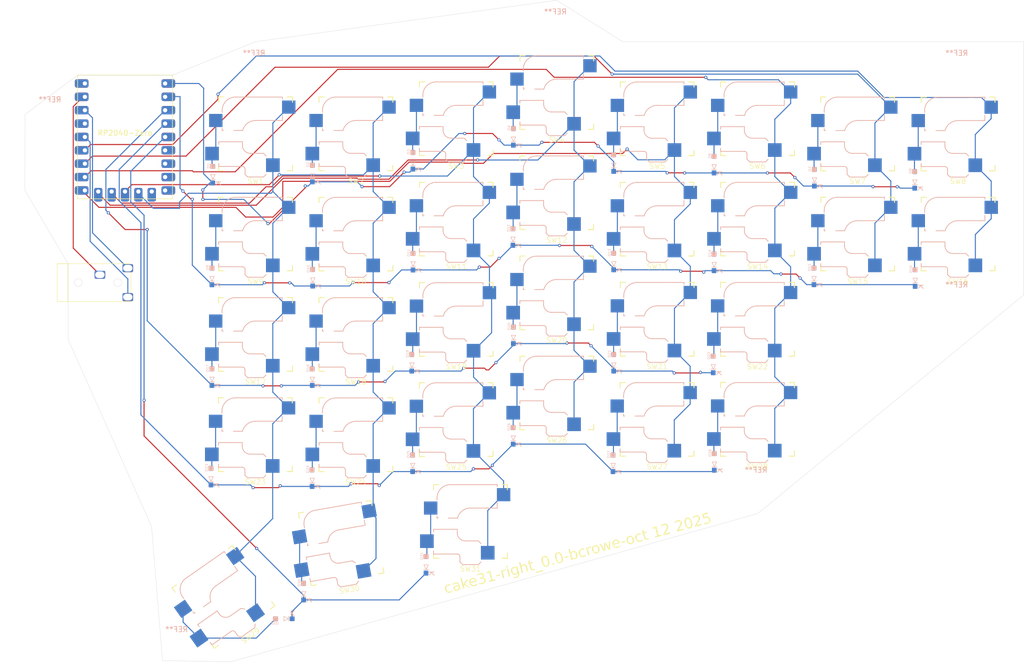
<source format=kicad_pcb>
(kicad_pcb (version 20241229) (generator "pcbnew") (generator_version "9.0")
  (layers (0 "F.Cu" signal) (2 "B.Cu" signal) (13 "F.Paste" user) (15 "B.Paste" user) (5 "F.SilkS" user "F.Silkscreen") (7 "B.SilkS" user "B.Silkscreen") (1 "F.Mask" user) (3 "B.Mask" user) (25 "Edge.Cuts" user))
  (net 0 "")
  (net 1 "row1")
  (net 2 "Net-(D1-A)")
  (net 3 "Net-(D2-A)")
  (net 4 "Net-(D3-A)")
  (net 5 "Net-(D4-A)")
  (net 6 "Net-(D5-A)")
  (net 7 "Net-(D6-A)")
  (net 8 "Net-(D7-A)")
  (net 9 "Net-(D8-A)")
  (net 10 "row2")
  (net 11 "Net-(D9-A)")
  (net 12 "Net-(D10-A)")
  (net 13 "Net-(D11-A)")
  (net 14 "Net-(D12-A)")
  (net 15 "Net-(D13-A)")
  (net 16 "Net-(D14-A)")
  (net 17 "Net-(D15-A)")
  (net 18 "Net-(D16-A)")
  (net 19 "Net-(D17-A)")
  (net 20 "row3")
  (net 21 "Net-(D18-A)")
  (net 22 "Net-(D19-A)")
  (net 23 "Net-(D20-A)")
  (net 24 "Net-(D21-A)")
  (net 25 "Net-(D22-A)")
  (net 26 "Net-(D23-A)")
  (net 27 "row4")
  (net 28 "Net-(D24-A)")
  (net 29 "Net-(D25-A)")
  (net 30 "Net-(D26-A)")
  (net 31 "Net-(D27-A)")
  (net 32 "Net-(D28-A)")
  (net 33 "row5")
  (net 34 "Net-(D29-A)")
  (net 35 "Net-(D30-A)")
  (net 36 "Net-(D31-A)")
  (net 37 "data1")
  (net 38 "GND")
  (net 39 "jackpwr")
  (net 42 "col6")
  (net 43 "col4")
  (net 45 "col5")
  (net 46 "col2")
  (net 48 "col3")
  (net 50 "col8")
  (net 51 "col1")
  (net 52 "col7")
  (footprint "kbdextras:1N4148W" (layer "F.Cu") (at 145.69 45.19 90)
    (property "Reference" "D6")
    (property "Value" "D")
  )
  (footprint "kbdextras:1N4148W" (layer "F.Cu") (at 126.64 82.83 90)
    (property "Reference" "D21")
    (property "Value" "D")
  )
  (footprint "kbdextras:mx-choc-dual" (layer "F.Cu") (at 115.83 50.51)
    (property "Reference" "SW12")
    (property "Value" "SW_SPST")
  )
  (footprint "kbdextras:mx-choc-dual" (layer "F.Cu") (at 77.7 77.44)
    (property "Reference" "SW18")
    (property "Value" "SW_SPST")
  )
  (footprint "kbdextras:mx-choc-dual" (layer "F.Cu") (at 99.45 112.97)
    (property "Reference" "SW31")
    (property "Value" "SW_SPST")
  )
  (footprint "kbdextras:mx-choc-dual" (layer "F.Cu") (at 172.96 58.37)
    (property "Reference" "SW15")
    (property "Value" "SW_SPST")
  )
  (footprint "kbdextras:1N4148W" (layer "F.Cu") (at 126.64 63.59 90)
    (property "Reference" "D13")
    (property "Value" "D")
  )
  (footprint "kbdextras:mx-choc-dual" (layer "F.Cu") (at 134.9 55.54)
    (property "Reference" "SW13")
    (property "Value" "SW_SPST")
  )
  (footprint "kbdextras:1N4148W" (layer "F.Cu") (at 88.54 63.62 90)
    (property "Reference" "D11")
    (property "Value" "D")
  )
  (footprint "kbdextras:mx-choc-dual" (layer "F.Cu") (at 52.541302 127.319088 35)
    (property "Reference" "SW29")
    (property "Value" "SW_SPST")
  )
  (footprint "kbdextras:1N4148W" (layer "F.Cu") (at 69.38 104.75 90)
    (property "Reference" "D24")
    (property "Value" "D")
  )
  (footprint "kbdextras:mx-choc-dual" (layer "F.Cu") (at 115.84 88.56)
    (property "Reference" "SW26")
    (property "Value" "SW_SPST")
  )
  (footprint "kbdextras:mx-choc-dual" (layer "F.Cu") (at 115.84 31.47)
    (property "Reference" "SW4")
    (property "Value" "SW_SPST")
  )
  (footprint "kbdextras:mx-choc-dual" (layer "F.Cu") (at 58.65 58.37)
    (property "Reference" "SW9")
    (property "Value" "SW_SPST")
  )
  (footprint "kbdextras:1N4148W" (layer "F.Cu") (at 88.3 82.83 90)
    (property "Reference" "D19")
    (property "Value" "D")
  )
  (footprint "kbdextras:1N4148W" (layer "F.Cu") (at 107.59 39.91 90)
    (property "Reference" "D4")
    (property "Value" "D")
  )
  (footprint "kbdextras:mx-choc-dual" (layer "F.Cu") (at 96.75 55.53)
    (property "Reference" "SW11")
    (property "Value" "SW_SPST")
  )
  (footprint "kbdextras:mx-choc-dual" (layer "F.Cu") (at 77.7 96.49)
    (property "Reference" "SW24")
    (property "Value" "SW_SPST")
  )
  (footprint "kbdextras:1N4148W" (layer "F.Cu") (at 126.51 101.93 90)
    (property "Reference" "D27")
    (property "Value" "D")
  )
  (footprint "kbdextras:1N4148W" (layer "F.Cu") (at 50.36 85.56 90)
    (property "Reference" "D17")
    (property "Value" "D")
  )
  (footprint "kbdextras:mx-choc-dual" (layer "F.Cu") (at 153.94 74.56)
    (property "Reference" "SW22")
    (property "Value" "SW_SPST")
  )
  (footprint "kbdextras:mx-choc-dual" (layer "F.Cu") (at 153.94 93.57)
    (property "Reference" "SW28")
    (property "Value" "SW_SPST")
  )
  (footprint "kbdextras:1N4148W" (layer "F.Cu") (at 64.02 131.47 180)
    (property "Reference" "D29")
    (property "Value" "D")
  )
  (footprint "kbdextras:mx-choc-dual" (layer "F.Cu") (at 96.75 36.45)
    (property "Reference" "SW3")
    (property "Value" "SW_SPST")
  )
  (footprint "kbdextras:mx-choc-dual" (layer "F.Cu") (at 172.96 39.34)
    (property "Reference" "SW7")
    (property "Value" "SW_SPST")
  )
  (footprint "kbdextras:1N4148W" (layer "F.Cu") (at 145.69 63.75 90)
    (property "Reference" "D14")
    (property "Value" "D")
  )
  (footprint "kbdextras:1N4148W" (layer "F.Cu") (at 183.87 66.73 90)
    (property "Reference" "D16")
    (property "Value" "D")
  )
  (footprint "kbdextras:1N4148W" (layer "F.Cu") (at 50.36 66.43 90)
    (property "Reference" "D9")
    (property "Value" "D")
  )
  (footprint "kbdextras:mx-choc-dual" (layer "F.Cu") (at 153.96 55.53)
    (property "Reference" "SW14")
    (property "Value" "SW_SPST")
  )
  (footprint "kbdextras:mx-choc-dual" (layer "F.Cu") (at 58.66 39.33)
    (property "Reference" "SW1")
    (property "Value" "SW_SPST")
  )
  (footprint "kbdextras:1N4148W" (layer "F.Cu") (at 69.49 66.67 90)
    (property "Reference" "D10")
    (property "Value" "D")
  )
  (footprint "kbdextras:1N4148W" (layer "F.Cu") (at 183.79 48.08 90)
    (property "Reference" "D8")
    (property "Value" "D")
  )
  (footprint "kbdextras:mx-choc-dual" (layer "F.Cu") (at 134.87 93.58)
    (property "Reference" "SW27")
    (property "Value" "SW_SPST")
  )
  (footprint "kbdextras:1N4148W" (layer "F.Cu") (at 164.66 66.41 90)
    (property "Reference" "D15")
    (property "Value" "D")
  )
  (footprint "kbdextras:1N4148W" (layer "F.Cu") (at 107.51 58.93 90)
    (property "Reference" "D12")
    (property "Value" "D")
  )
  (footprint "kbdextras:mx-choc-dual" (layer "F.Cu") (at 96.74 93.62)
    (property "Reference" "SW25")
    (property "Value" "SW_SPST")
  )
  (footprint "kbdextras:mx-choc-dual" (layer "F.Cu") (at 115.83 69.55)
    (property "Reference" "SW20")
    (property "Value" "SW_SPST")
  )
  (footprint "kbdextras:1N4148W" (layer "F.Cu") (at 91.01 121.22 90)
    (property "Reference" "D31")
    (property "Value" "D")
  )
  (footprint "kbdextras:1N4148W" (layer "F.Cu") (at 164.74 47.68 90)
    (property "Reference" "D7")
    (property "Value" "D")
  )
  (footprint "kbdextras:1N4148W" (layer "F.Cu") (at 145.53 83.15 90)
    (property "Reference" "D22")
    (property "Value" "D")
  )
  (footprint "kbdextras:1N4148W" (layer "F.Cu") (at 67.77 126.31 90)
    (property "Reference" "D30")
    (property "Value" "D")
  )
  (footprint "kbdextras:mx-choc-dual" (layer "F.Cu") (at 77.7 58.38)
    (property "Reference" "SW10")
    (property "Value" "SW_SPST")
  )
  (footprint "kbdextras:mx-choc-dual" (layer "F.Cu") (at 58.64 77.44)
    (property "Reference" "SW17")
    (property "Value" "SW_SPST")
  )
  (footprint "kbdextras:mx-choc-dual" (layer "F.Cu") (at 192.03 58.37)
    (property "Reference" "SW16")
    (property "Value" "SW_SPST")
  )
  (footprint "kbdextras:1N4148W" (layer "F.Cu") (at 145.74 101.66 90)
    (property "Reference" "D28")
    (property "Value" "D")
  )
  (footprint "kbdextras:1N4148W" (layer "F.Cu") (at 107.56 96.71 90)
    (property "Reference" "D26")
    (property "Value" "D")
  )
  (footprint "kbdextras:STX-3000" (layer "F.Cu") (at 27.995 67.6)
    (property "Reference" "J1" (hide yes))
    (property "Value" "AudioJack3")
    (fp_circle (center -3 0) (end -2.25 0) (stroke (width 0.05)) (fill no) (layer "Edge.Cuts"))
    (fp_circle (center 4.5 0) (end 5.25 0) (stroke (width 0.05)) (fill no) (layer "Edge.Cuts"))
  )
  (footprint "kbdextras:1N4148W" (layer "F.Cu") (at 88.52 44.45 90)
    (property "Reference" "D3")
    (property "Value" "D")
  )
  (footprint "kbdextras:mx-choc-dual" (layer "F.Cu") (at 74.897691 117.07507 10)
    (property "Reference" "SW30")
    (property "Value" "SW_SPST")
  )
  (footprint "kbdextras:mx-choc-dual" (layer "F.Cu") (at 96.76 74.59)
    (property "Reference" "SW19")
    (property "Value" "SW_SPST")
  )
  (footprint "kbdextras:RP2040-Zero" (layer "F.Cu") (at 23.7 52.62)
    (property "Reference" "RZ1")
    (property "Value" "RP2040-Zero")
  )
  (footprint "kbdextras:mx-choc-dual" (layer "F.Cu") (at 77.7 39.33)
    (property "Reference" "SW2")
    (property "Value" "SW_SPST")
  )
  (footprint "kbdextras:mx-choc-dual" (layer "F.Cu") (at 153.95 36.46)
    (property "Reference" "SW6")
    (property "Value" "SW_SPST")
  )
  (footprint "kbdextras:1N4148W" (layer "F.Cu") (at 69.41 85.56 90)
    (property "Reference" "D18")
    (property "Value" "D")
  )
  (footprint "kbdextras:1N4148W" (layer "F.Cu") (at 126.64 44.89 90)
    (property "Reference" "D5")
    (property "Value" "D")
  )
  (footprint "kbdextras:1N4148W" (layer "F.Cu") (at 69.43 46.88 90)
    (property "Reference" "D2")
    (property "Value" "D")
  )
  (footprint "kbdextras:1N4148W" (layer "F.Cu") (at 50.52 47.09 90)
    (property "Reference" "D1")
    (property "Value" "D")
  )
  (footprint "kbdextras:mx-choc-dual" (layer "F.Cu") (at 58.62 96.48)
    (property "Reference" "SW23")
    (property "Value" "SW_SPST")
  )
  (footprint "kbdextras:1N4148W" (layer "F.Cu") (at 50.18 104.46 90)
    (property "Reference" "D23")
    (property "Value" "D")
  )
  (footprint "kbdextras:1N4148W" (layer "F.Cu") (at 107.59 77.61 90)
    (property "Reference" "D20")
    (property "Value" "D")
  )
  (footprint "kbdextras:mx-choc-dual" (layer "F.Cu") (at 134.9 36.46)
    (property "Reference" "SW5")
    (property "Value" "SW_SPST")
  )
  (footprint "kbdextras:mx-choc-dual" (layer "F.Cu") (at 192.02 39.35)
    (property "Reference" "SW8")
    (property "Value" "SW_SPST")
  )
  (footprint "kbdextras:mx-choc-dual" (layer "F.Cu") (at 134.9 74.55)
    (property "Reference" "SW21")
    (property "Value" "SW_SPST")
  )
  (footprint "kbdextras:1N4148W" (layer "F.Cu") (at 88.47 101.93 90)
    (property "Reference" "D25")
    (property "Value" "D")
  )
  (footprint "MountingHole:MountingHole_2.2mm_M2" (layer "B.Cu") (at 191.76 71.15 180)
    (property "Reference" "REF**")
    (property "Value" "MountingHole_2.2mm_M2")
  )
  (footprint "MountingHole:MountingHole_2.2mm_M2" (layer "B.Cu") (at 115.58 19.28 180)
    (property "Reference" "REF**")
    (property "Value" "MountingHole_2.2mm_M2")
  )
  (footprint "MountingHole:MountingHole_2.2mm_M2" (layer "B.Cu") (at 19.61 35.96 180)
    (property "Reference" "REF**")
    (property "Value" "MountingHole_2.2mm_M2")
  )
  (footprint "MountingHole:MountingHole_2.2mm_M2" (layer "B.Cu") (at 191.77 27.14 180)
    (property "Reference" "REF**")
    (property "Value" "MountingHole_2.2mm_M2")
  )
  (footprint "MountingHole:MountingHole_2.2mm_M2" (layer "B.Cu") (at 43.66 136.63 180)
    (property "Reference" "REF**")
    (property "Value" "MountingHole_2.2mm_M2")
  )
  (footprint "MountingHole:MountingHole_2.2mm_M2" (layer "B.Cu") (at 58.36 27.14 180)
    (property "Reference" "REF**")
    (property "Value" "MountingHole_2.2mm_M2")
  )
  (footprint "MountingHole:MountingHole_2.2mm_M2" (layer "B.Cu") (at 153.66 106.35 180)
    (property "Reference" "REF**")
    (property "Value" "MountingHole_2.2mm_M2")
  )
  (gr_line (start 58.63 21.82) (end 115.83 13.95) (stroke (width 0.05)) (layer "Edge.Cuts"))
  (gr_line (start 115.83 13.95) (end 128.37 21.82) (stroke (width 0.05)) (layer "Edge.Cuts"))
  (gr_line (start 42.87 28.17) (end 58.63 21.82) (stroke (width 0.05)) (layer "Edge.Cuts"))
  (gr_line (start 23.06 64.02) (end 14.86 50.06) (stroke (width 0.05)) (layer "Edge.Cuts"))
  (gr_line (start 14.88 35.65) (end 24.87 28.17) (stroke (width 0.05)) (layer "Edge.Cuts"))
  (gr_line (start 204.5 69.92) (end 154.02 111.46) (stroke (width 0.05)) (layer "Edge.Cuts"))
  (gr_line (start 128.37 21.82) (end 204.51 21.82) (stroke (width 0.05)) (layer "Edge.Cuts"))
  (gr_line (start 38.91 113.95) (end 23.06 78.39) (stroke (width 0.05)) (layer "Edge.Cuts"))
  (gr_line (start 14.86 50.06) (end 14.88 35.65) (stroke (width 0.05)) (layer "Edge.Cuts"))
  (gr_line (start 154.02 111.46) (end 53.92 139.65) (stroke (width 0.05)) (layer "Edge.Cuts"))
  (gr_line (start 24.87 28.17) (end 42.87 28.17) (stroke (width 0.05)) (layer "Edge.Cuts"))
  (gr_line (start 40.98 139.41) (end 38.91 113.95) (stroke (width 0.05)) (layer "Edge.Cuts"))
  (gr_line (start 53.92 139.65) (end 40.98 139.41) (stroke (width 0.05)) (layer "Edge.Cuts"))
  (gr_line (start 23.06 78.39) (end 23.06 64.02) (stroke (width 0.05)) (layer "Edge.Cuts"))
  (gr_line (start 204.51 21.82) (end 204.5 69.92) (stroke (width 0.05)) (layer "Edge.Cuts"))
  (gr_text "cake31-right_0.0-bcrowe-oct 12 2025" (at 94.78 127.03 15) (layer "F.SilkS") (effects (font (size 2 2) (thickness 0.1)) (justify left bottom)))
  (segment (start 160.18 46.76) (end 161.04 47.62) (width 0.2) (layer "F.Cu") (net 1))
  (segment (start 68.09 49.574809) (end 68.09 49.24) (width 0.2) (layer "F.Cu") (net 1))
  (segment (start 140.08 46.74) (end 140.1 46.76) (width 0.2) (layer "F.Cu") (net 1))
  (segment (start 103.64 39.26) (end 104.86 40.48) (width 0.2) (layer "F.Cu") (net 1))
  (segment (start 61.294809 56.37) (end 68.09 49.574809) (width 0.2) (layer "F.Cu") (net 1))
  (segment (start 61.01 56.37) (end 61.294809 56.37) (width 0.2) (layer "F.Cu") (net 1))
  (segment (start 78.86 49.36) (end 84.11 49.36) (width 0.2) (layer "F.Cu") (net 1))
  (segment (start 48.63 50) (end 48.63 51.75) (width 0.2) (layer "F.Cu") (net 1))
  (segment (start 84.11 49.36) (end 86.86 46.61) (width 0.2) (layer "F.Cu") (net 1))
  (segment (start 136.81 46.74) (end 140.08 46.74) (width 0.2) (layer "F.Cu") (net 1))
  (segment (start 155.83 46.76) (end 160.18 46.76) (width 0.2) (layer "F.Cu") (net 1))
  (segment (start 113.01 40.94) (end 122.97 40.94) (width 0.2) (layer "F.Cu") (net 1))
  (segment (start 48.63 51.75) (end 48.66 51.78) (width 0.2) (layer "F.Cu") (net 1))
  (segment (start 175.9 49.38) (end 180.46 49.38) (width 0.2) (layer "F.Cu") (net 1))
  (segment (start 98.36 39.26) (end 103.64 39.26) (width 0.2) (layer "F.Cu") (net 1))
  (segment (start 122.97 40.94) (end 123.68 41.65) (width 0.2) (layer "F.Cu") (net 1))
  (segment (start 175.88 49.36) (end 175.9 49.38) (width 0.2) (layer "F.Cu") (net 1))
  (via (at 48.63 50) (size 0.6) (drill 0.3) (layers "F.Cu" "B.Cu") (net 1))
  (via (at 78.86 49.36) (size 0.6) (drill 0.3) (layers "F.Cu" "B.Cu") (net 1))
  (via (at 68.09 49.24) (size 0.6) (drill 0.3) (layers "F.Cu" "B.Cu") (net 1))
  (via (at 180.46 49.38) (size 0.6) (drill 0.3) (layers "F.Cu" "B.Cu") (net 1))
  (via (at 136.81 46.74) (size 0.6) (drill 0.3) (layers "F.Cu" "B.Cu") (net 1))
  (via (at 161.04 47.62) (size 0.6) (drill 0.3) (layers "F.Cu" "B.Cu") (net 1))
  (via (at 48.66 51.78) (size 0.6) (drill 0.3) (layers "F.Cu" "B.Cu") (net 1))
  (via (at 104.86 40.48) (size 0.6) (drill 0.3) (layers "F.Cu" "B.Cu") (net 1))
  (via (at 155.83 46.76) (size 0.6) (drill 0.3) (layers "F.Cu" "B.Cu") (net 1))
  (via (at 175.88 49.36) (size 0.6) (drill 0.3) (layers "F.Cu" "B.Cu") (net 1))
  (via (at 61.01 56.37) (size 0.6) (drill 0.3) (layers "F.Cu" "B.Cu") (net 1))
  (via (at 113.01 40.94) (size 0.6) (drill 0.3) (layers "F.Cu" "B.Cu") (net 1))
  (via (at 86.86 46.61) (size 0.6) (drill 0.3) (layers "F.Cu" "B.Cu") (net 1))
  (via (at 123.68 41.65) (size 0.6) (drill 0.3) (layers "F.Cu" "B.Cu") (net 1))
  (via (at 140.1 46.76) (size 0.6) (drill 0.3) (layers "F.Cu" "B.Cu") (net 1))
  (via (at 98.36 39.26) (size 0.6) (drill 0.3) (layers "F.Cu" "B.Cu") (net 1))
  (segment (start 140.1 46.76) (end 145.69 46.76) (width 0.2) (layer "B.Cu") (net 1))
  (segment (start 56.42 51.78) (end 61.01 56.37) (width 0.2) (layer "B.Cu") (net 1))
  (segment (start 48.66 51.78) (end 56.42 51.78) (width 0.2) (layer "B.Cu") (net 1))
  (segment (start 48.784 30.736) (end 48.82 30.7) (width 0.2) (layer "B.Cu") (net 1))
  (segment (start 112.47 41.48) (end 113.01 40.94) (width 0.2) (layer "B.Cu") (net 1))
  (segment (start 107.59 41.48) (end 112.47 41.48) (width 0.2) (layer "B.Cu") (net 1))
  (segment (start 90.51 46.02) (end 97.27 39.26) (width 0.2) (layer "B.Cu") (net 1))
  (segment (start 104.86 40.48) (end 105.86 41.48) (width 0.2) (layer "B.Cu") (net 1))
  (segment (start 136.53 46.46) (end 136.81 46.74) (width 0.2) (layer "B.Cu") (net 1))
  (segment (start 48.784 46.924) (end 48.784 30.736) (width 0.2) (layer "B.Cu") (net 1))
  (segment (start 161.04 47.62) (end 162.67 49.25) (width 0.2) (layer "B.Cu") (net 1))
  (segment (start 126.64 44.61) (end 126.64 46.46) (width 0.2) (layer "B.Cu") (net 1))
  (segment (start 87.93 46.61) (end 88.52 46.02) (width 0.2) (layer "B.Cu") (net 1))
  (segment (start 49.97 48.66) (end 48.63 50) (width 0.2) (layer "B.Cu") (net 1))
  (segment (start 48.82 30.7) (end 47.88 29.76) (width 0.2) (layer "B.Cu") (net 1))
  (segment (start 97.27 39.26) (end 98.36 39.26) (width 0.2) (layer "B.Cu") (net 1))
  (segment (start 47.88 29.76) (end 41.48 29.76) (width 0.2) (layer "B.Cu") (net 1))
  (segment (start 68.64 49.24) (end 69.43 48.45) (width 0.2) (layer "B.Cu") (net 1))
  (segment (start 88.52 46.02) (end 90.51 46.02) (width 0.2) (layer "B.Cu") (net 1))
  (segment (start 162.67 49.25) (end 164.74 49.25) (width 0.2) (layer "B.Cu") (net 1))
  (segment (start 126.64 46.46) (end 136.53 46.46) (width 0.2) (layer "B.Cu") (net 1))
  (segment (start 180.78 49.38) (end 181.05 49.65) (width 0.2) (layer "B.Cu") (net 1))
  (segment (start 123.68 41.65) (end 126.64 44.61) (width 0.2) (layer "B.Cu") (net 1))
  (segment (start 50.52 48.66) (end 49.97 48.66) (width 0.2) (layer "B.Cu") (net 1))
  (segment (start 77.95 48.45) (end 78.86 49.36) (width 0.2) (layer "B.Cu") (net 1))
  (segment (start 105.86 41.48) (end 107.59 41.48) (width 0.2) (layer "B.Cu") (net 1))
  (segment (start 86.86 46.61) (end 87.93 46.61) (width 0.2) (layer "B.Cu") (net 1))
  (segment (start 180.46 49.38) (end 180.78 49.38) (width 0.2) (layer "B.Cu") (net 1))
  (segment (start 69.43 48.45) (end 77.95 48.45) (width 0.2) (layer "B.Cu") (net 1))
  (segment (start 164.74 49.25) (end 175.77 49.25) (width 0.2) (layer "B.Cu") (net 1))
  (segment (start 68.09 49.24) (end 68.64 49.24) (width 0.2) (layer "B.Cu") (net 1))
  (segment (start 145.69 46.76) (end 155.83 46.76) (width 0.2) (layer "B.Cu") (net 1))
  (segment (start 50.52 48.66) (end 48.784 46.924) (width 0.2) (layer "B.Cu") (net 1))
  (segment (start 175.77 49.25) (end 175.88 49.36) (width 0.2) (layer "B.Cu") (net 1))
  (segment (start 181.05 49.65) (end 183.79 49.65) (width 0.2) (layer "B.Cu") (net 1))
  (segment (start 50.385 43.08) (end 50.385 45.375) (width 0.2) (layer "B.Cu") (net 2))
  (segment (start 50.385 45.375) (end 50.52 45.51) (width 0.2) (layer "B.Cu") (net 2))
  (segment (start 51.1 42.365) (end 50.385 43.08) (width 0.2) (layer "B.Cu") (net 2))
  (segment (start 51.1 36.79) (end 51.1 42.365) (width 0.2) (layer "B.Cu") (net 2))
  (segment (start 69.425 45.295) (end 69.43 45.3) (width 0.2) (layer "B.Cu") (net 3))
  (segment (start 69.425 43.08) (end 69.425 45.295) (width 0.2) (layer "B.Cu") (net 3))
  (segment (start 70.14 42.365) (end 69.425 43.08) (width 0.2) (layer "B.Cu") (net 3))
  (segment (start 70.14 36.79) (end 70.14 42.365) (width 0.2) (layer "B.Cu") (net 3))
  (segment (start 88.475 42.825) (end 88.52 42.87) (width 0.2) (layer "B.Cu") (net 4))
  (segment (start 89.19 39.485) (end 88.475 40.2) (width 0.2) (layer "B.Cu") (net 4))
  (segment (start 88.475 40.2) (end 88.475 42.825) (width 0.2) (layer "B.Cu") (net 4))
  (segment (start 89.19 33.91) (end 89.19 39.485) (width 0.2) (layer "B.Cu") (net 4))
  (segment (start 107.565 38.305) (end 107.59 38.33) (width 0.2) (layer "B.Cu") (net 5))
  (segment (start 108.28 34.505) (end 107.565 35.22) (width 0.2) (layer "B.Cu") (net 5))
  (segment (start 108.28 28.93) (end 108.28 34.505) (width 0.2) (layer "B.Cu") (net 5))
  (segment (start 107.565 35.22) (end 107.565 38.305) (width 0.2) (layer "B.Cu") (net 5))
  (segment (start 127.34 33.92) (end 127.34 39.495) (width 0.2) (layer "B.Cu") (net 6))
  (segment (start 126.625 43.295) (end 126.64 43.31) (width 0.2) (layer "B.Cu") (net 6))
  (segment (start 127.34 39.495) (end 126.625 40.21) (width 0.2) (layer "B.Cu") (net 6))
  (segment (start 126.625 40.21) (end 126.625 43.295) (width 0.2) (layer "B.Cu") (net 6))
  (segment (start 146.39 33.92) (end 146.39 39.495) (width 0.2) (layer "B.Cu") (net 7))
  (segment (start 145.675 40.21) (end 145.675 40.255) (width 0.2) (layer "B.Cu") (net 7))
  (segment (start 145.675 40.255) (end 145.69 40.27) (width 0.2) (layer "B.Cu") (net 7))
  (segment (start 145.69 40.27) (end 145.69 43.61) (width 0.2) (layer "B.Cu") (net 7))
  (segment (start 146.39 39.495) (end 145.675 40.21) (width 0.2) (layer "B.Cu") (net 7))
  (segment (start 164.685 46.045) (end 164.74 46.1) (width 0.2) (layer "B.Cu") (net 8))
  (segment (start 165.4 36.8) (end 165.4 42.375) (width 0.2) (layer "B.Cu") (net 8))
  (segment (start 165.4 42.375) (end 164.685 43.09) (width 0.2) (layer "B.Cu") (net 8))
  (segment (start 164.685 43.09) (end 164.685 46.045) (width 0.2) (layer "B.Cu") (net 8))
  (segment (start 184.46 36.81) (end 184.46 42.385) (width 0.2) (layer "B.Cu") (net 9))
  (segment (start 183.745 46.455) (end 183.79 46.5) (width 0.2) (layer "B.Cu") (net 9))
  (segment (start 184.46 42.385) (end 183.745 43.1) (width 0.2) (layer "B.Cu") (net 9))
  (segment (start 183.745 43.1) (end 183.745 46.455) (width 0.2) (layer "B.Cu") (net 9))
  (segment (start 77.19 67.59) (end 83.97 67.59) (width 0.2) (layer "F.Cu") (net 10))
  (segment (start 139.37 65.43) (end 143.56 65.43) (width 0.2) (layer "F.Cu") (net 10))
  (segment (start 60.35 67.64) (end 65.13 67.64) (width 0.2) (layer "F.Cu") (net 10))
  (segment (start 161.27 65.97) (end 162.03 66.73) (width 0.2) (layer "F.Cu") (net 10))
  (segment (start 116.35 60.54) (end 122.31 60.54) (width 0.2) (layer "F.Cu") (net 10))
  (segment (start 143.56 65.43) (end 143.73 65.6) (width 0.2) (layer "F.Cu") (net 10))
  (segment (start 101.14 64.65) (end 103.2 64.65) (width 0.2) (layer "F.Cu") (net 10))
  (segment (start 46.64 51.76) (end 46.41 51.76) (width 0.2) (layer "F.Cu") (net 10))
  (segment (start 46.41 51.76) (end 44.86 50.21) (width 0.2) (layer "F.Cu") (net 10))
  (segment (start 122.31 60.54) (end 122.49 60.72) (width 0.2) (layer "F.Cu") (net 10))
  (segment (start 103.2 64.65) (end 104.86 62.99) (width 0.2) (layer "F.Cu") (net 10))
  (segment (start 60.33 67.62) (end 60.35 67.64) (width 0.2) (layer "F.Cu") (net 10))
  (segment (start 158.4 65.97) (end 161.27 65.97) (width 0.2) (layer "F.Cu") (net 10))
  (segment (start 77.16 67.56) (end 77.19 67.59) (width 0.2) (layer "F.Cu") (net 10))
  (via (at 104.86 62.99) (size 0.6) (drill 0.3) (layers "F.Cu" "B.Cu") (net 10))
  (via (at 77.16 67.56) (size 0.6) (drill 0.3) (layers "F.Cu" "B.Cu") (net 10))
  (via (at 60.33 67.62) (size 0.6) (drill 0.3) (layers "F.Cu" "B.Cu") (net 10))
  (via (at 139.37 65.43) (size 0.6) (drill 0.3) (layers "F.Cu" "B.Cu") (net 10))
  (via (at 116.35 60.54) (size 0.6) (drill 0.3) (layers "F.Cu" "B.Cu") (net 10))
  (via (at 46.64 51.76) (size 0.6) (drill 0.3) (layers "F.Cu" "B.Cu") (net 10))
  (via (at 101.14 64.65) (size 0.6) (drill 0.3) (layers "F.Cu" "B.Cu") (net 10))
  (via (at 83.97 67.59) (size 0.6) (drill 0.3) (layers "F.Cu" "B.Cu") (net 10))
  (via (at 158.4 65.97) (size 0.6) (drill 0.3) (layers "F.Cu" "B.Cu") (net 10))
  (via (at 44.86 50.21) (size 0.6) (drill 0.3) (layers "F.Cu" "B.Cu") (net 10))
  (via (at 65.13 67.64) (size 0.6) (drill 0.3) (layers "F.Cu" "B.Cu") (net 10))
  (via (at 162.03 66.73) (size 0.6) (drill 0.3) (layers "F.Cu" "B.Cu") (net 10))
  (via (at 143.73 65.6) (size 0.6) (drill 0.3) (layers "F.Cu" "B.Cu") (net 10))
  (via (at 122.49 60.72) (size 0.6) (drill 0.3) (layers "F.Cu" "B.Cu") (net 10))
  (segment (start 122.49 60.72) (end 126.64 64.87) (width 0.2) (layer "B.Cu") (net 10))
  (segment (start 143.73 65.6) (end 144.01 65.32) (width 0.2) (layer "B.Cu") (net 10))
  (segment (start 164.66 67.98) (end 183.55 67.98) (width 0.2) (layer "B.Cu") (net 10))
  (segment (start 83.97 67.59) (end 86.37 65.19) (width 0.2) (layer "B.Cu") (net 10))
  (segment (start 44.86 50.21) (end 44.31 49.66) (width 0.2) (layer "B.Cu") (net 10))
  (segment (start 145.69 65.32) (end 156.43 65.32) (width 0.2) (layer "B.Cu") (net 10))
  (segment (start 158.35 65.92) (end 158.4 65.97) (width 0.2) (layer "B.Cu") (net 10))
  (segment (start 126.64 65.16) (end 139.1 65.16) (width 0.2) (layer "B.Cu") (net 10))
  (segment (start 66 68.24) (end 69.49 68.24) (width 0.2) (layer "B.Cu") (net 10))
  (segment (start 88.54 65.19) (end 100.6 65.19) (width 0.2) (layer "B.Cu") (net 10))
  (segment (start 86.37 65.19) (end 88.54 65.19) (width 0.2) (layer "B.Cu") (net 10))
  (segment (start 162.03 66.73) (end 163.28 67.98) (width 0.2) (layer "B.Cu") (net 10))
  (segment (start 59.95 68) (end 60.33 67.62) (width 0.2) (layer "B.Cu") (net 10))
  (segment (start 41.53 32.25) (end 41.48 32.3) (width 0.2) (layer "B.Cu") (net 10))
  (segment (start 156.43 65.32) (end 157.03 65.92) (width 0.2) (layer "B.Cu") (net 10))
  (segment (start 50.36 68) (end 59.95 68) (width 0.2) (layer "B.Cu") (net 10))
  (segment (start 100.6 65.19) (end 101.14 64.65) (width 0.2) (layer "B.Cu") (net 10))
  (segment (start 107.51 60.5) (end 116.31 60.5) (width 0.2) (layer "B.Cu") (net 10))
  (segment (start 44.31 32.25) (end 41.53 32.25) (width 0.2) (layer "B.Cu") (net 10))
  (segment (start 139.1 65.16) (end 139.37 65.43) (width 0.2) (layer "B.Cu") (net 10))
  (segment (start 163.28 67.98) (end 164.66 67.98) (width 0.2) (layer "B.Cu") (net 10))
  (segment (start 69.49 68.24) (end 76.48 68.24) (width 0.2) (layer "B.Cu") (net 10))
  (segment (start 44.31 49.66) (end 44.31 32.25) (width 0.2) (layer "B.Cu") (net 10))
  (segment (start 50.36 68) (end 46.64 64.28) (width 0.2) (layer "B.Cu") (net 10))
  (segment (start 65.4 67.64) (end 66 68.24) (width 0.2) (layer "B.Cu") (net 10))
  (segment (start 116.31 60.5) (end 116.35 60.54) (width 0.2) (layer "B.Cu") (net 10))
  (segment (start 104.86 62.99) (end 105.02 62.99) (width 0.2) (layer "B.Cu") (net 10))
  (segment (start 183.55 67.98) (end 183.87 68.3) (width 0.2) (layer "B.Cu") (net 10))
  (segment (start 76.48 68.24) (end 77.16 67.56) (width 0.2) (layer "B.Cu") (net 10))
  (segment (start 105.02 62.99) (end 107.51 60.5) (width 0.2) (layer "B.Cu") (net 10))
  (segment (start 157.03 65.92) (end 158.35 65.92) (width 0.2) (layer "B.Cu") (net 10))
  (segment (start 144.01 65.32) (end 145.69 65.32) (width 0.2) (layer "B.Cu") (net 10))
  (segment (start 46.64 64.28) (end 46.64 51.76) (width 0.2) (layer "B.Cu") (net 10))
  (segment (start 126.64 64.87) (end 126.64 65.16) (width 0.2) (layer "B.Cu") (net 10))
  (segment (start 65.13 67.64) (end 65.4 67.64) (width 0.2) (layer "B.Cu") (net 10))
  (segment (start 51.09 55.83) (end 51.09 61.405) (width 0.2) (layer "B.Cu") (net 11))
  (segment (start 51.09 61.405) (end 50.375 62.12) (width 0.2) (layer "B.Cu") (net 11))
  (segment (start 50.375 64.835) (end 50.36 64.85) (width 0.2) (layer "B.Cu") (net 11))
  (segment (start 50.375 62.12) (end 50.375 64.835) (width 0.2) (layer "B.Cu") (net 11))
  (segment (start 70.14 61.415) (end 69.425 62.13) (width 0.2) (layer "B.Cu") (net 12))
  (segment (start 69.425 65.025) (end 69.49 65.09) (width 0.2) (layer "B.Cu") (net 12))
  (segment (start 69.425 62.13) (end 69.425 65.025) (width 0.2) (layer "B.Cu") (net 12))
  (segment (start 70.14 55.84) (end 70.14 61.415) (width 0.2) (layer "B.Cu") (net 12))
  (segment (start 89.19 58.565) (end 88.475 59.28) (width 0.2) (layer "B.Cu") (net 13))
  (segment (start 88.475 61.975) (end 88.54 62.04) (width 0.2) (layer "B.Cu") (net 13))
  (segment (start 89.19 52.99) (end 89.19 58.565) (width 0.2) (layer "B.Cu") (net 13))
  (segment (start 88.475 59.28) (end 88.475 61.975) (width 0.2) (layer "B.Cu") (net 13))
  (segment (start 108.27 47.97) (end 108.27 53.545) (width 0.2) (layer "B.Cu") (net 14))
  (segment (start 107.555 54.26) (end 107.555 57.305) (width 0.2) (layer "B.Cu") (net 14))
  (segment (start 108.27 53.545) (end 107.555 54.26) (width 0.2) (layer "B.Cu") (net 14))
  (segment (start 107.555 57.305) (end 107.51 57.35) (width 0.2) (layer "B.Cu") (net 14))
  (segment (start 127.34 58.575) (end 126.625 59.29) (width 0.2) (layer "B.Cu") (net 15))
  (segment (start 127.34 53) (end 127.34 58.575) (width 0.2) (layer "B.Cu") (net 15))
  (segment (start 126.625 61.995) (end 126.64 62.01) (width 0.2) (layer "B.Cu") (net 15))
  (segment (start 126.625 59.29) (end 126.625 61.995) (width 0.2) (layer "B.Cu") (net 15))
  (segment (start 146.4 58.565) (end 145.685 59.28) (width 0.2) (layer "B.Cu") (net 16))
  (segment (start 146.4 52.99) (end 146.4 58.565) (width 0.2) (layer "B.Cu") (net 16))
  (segment (start 145.685 62.165) (end 145.69 62.17) (width 0.2) (layer "B.Cu") (net 16))
  (segment (start 145.685 59.28) (end 145.685 62.165) (width 0.2) (layer "B.Cu") (net 16))
  (segment (start 165.4 61.405) (end 164.685 62.12) (width 0.2) (layer "B.Cu") (net 17))
  (segment (start 164.685 62.12) (end 164.685 64.805) (width 0.2) (layer "B.Cu") (net 17))
  (segment (start 165.4 55.83) (end 165.4 61.405) (width 0.2) (layer "B.Cu") (net 17))
  (segment (start 164.685 64.805) (end 164.66 64.83) (width 0.2) (layer "B.Cu") (net 17))
  (segment (start 184.47 55.83) (end 184.47 61.405) (width 0.2) (layer "B.Cu") (net 18))
  (segment (start 183.755 62.12) (end 183.755 65.035) (width 0.2) (layer "B.Cu") (net 18))
  (segment (start 183.755 65.035) (end 183.87 65.15) (width 0.2) (layer "B.Cu") (net 18))
  (segment (start 184.47 61.405) (end 183.755 62.12) (width 0.2) (layer "B.Cu") (net 18))
  (segment (start 51.08 74.9) (end 51.08 80.475) (width 0.2) (layer "B.Cu") (net 19))
  (segment (start 50.365 83.975) (end 50.36 83.98) (width 0.2) (layer "B.Cu") (net 19))
  (segment (start 51.08 80.475) (end 50.365 81.19) (width 0.2) (layer "B.Cu") (net 19))
  (segment (start 50.365 81.19) (end 50.365 83.975) (width 0.2) (layer "B.Cu") (net 19))
  (segment (start 33.88 57.51) (end 30.71 54.34) (width 0.2) (layer "F.Cu") (net 20))
  (segment (start 102.9 84.18) (end 104.29 82.79) (width 0.2) (layer "F.Cu") (net 20))
  (segment (start 78.19 86.47) (end 83.12 86.47) (width 0.2) (layer "F.Cu") (net 20))
  (segment (start 121.82 79.07) (end 122.34 79.59) (width 0.2) (layer "F.Cu") (net 20))
  (segment (start 38.08 57.51) (end 33.88 57.51) (width 0.2) (layer "F.Cu") (net 20))
  (segment (start 102.11 83.85) (end 102.44 84.18) (width 0.2) (layer "F.Cu") (net 20))
  (segment (start 83.12 86.47) (end 83.22 86.37) (width 0.2) (layer "F.Cu") (net 20))
  (segment (start 117.76 79.07) (end 121.82 79.07) (width 0.2) (layer "F.Cu") (net 20))
  (segment (start 98.18 83.85) (end 102.11 83.85) (width 0.2) (layer "F.Cu") (net 20))
  (segment (start 143.01 84.76) (end 143.11 84.66) (width 0.2) (layer "F.Cu") (net 20))
  (segment (start 102.44 84.18) (end 102.9 84.18) (width 0.2) (layer "F.Cu") (net 20))
  (segment (start 60.06 87.21) (end 63.55 87.21) (width 0.2) (layer "F.Cu") (net 20))
  (segment (start 138.14 84.76) (end 143.01 84.76) (width 0.2) (layer "F.Cu") (net 20))
  (via (at 98.18 83.85) (size 0.6) (drill 0.3) (layers "F.Cu" "B.Cu") (net 20))
  (via (at 138.14 84.76) (size 0.6) (drill 0.3) (layers "F.Cu" "B.Cu") (net 20))
  (via (at 122.34 79.59) (size 0.6) (drill 0.3) (layers "F.Cu" "B.Cu") (net 20))
  (via (at 104.29 82.79) (size 0.6) (drill 0.3) (layers "F.Cu" "B.Cu") (net 20))
  (via (at 83.22 86.37) (size 0.6) (drill 0.3) (layers "F.Cu" "B.Cu") (net 20))
  (via (at 38.08 57.51) (size 0.6) (drill 0.3) (layers "F.Cu" "B.Cu") (net 20))
  (via (at 117.76 79.07) (size 0.6) (drill 0.3) (layers "F.Cu" "B.Cu") (net 20))
  (via (at 143.11 84.66) (size 0.6) (drill 0.3) (layers "F.Cu" "B.Cu") (net 20))
  (via (at 60.06 87.21) (size 0.6) (drill 0.3) (layers "F.Cu" "B.Cu") (net 20))
  (via (at 30.71 54.34) (size 0.6) (drill 0.3) (layers "F.Cu" "B.Cu") (net 20))
  (via (at 78.19 86.47) (size 0.6) (drill 0.3) (layers "F.Cu" "B.Cu") (net 20))
  (via (at 63.55 87.21) (size 0.6) (drill 0.3) (layers "F.Cu" "B.Cu") (net 20))
  (segment (start 77.53 87.13) (end 78.19 86.47) (width 0.2) (layer "B.Cu") (net 20))
  (segment (start 117.65 79.18) (end 117.76 79.07) (width 0.2) (layer "B.Cu") (net 20))
  (segment (start 69.41 87.13) (end 77.53 87.13) (width 0.2) (layer "B.Cu") (net 20))
  (segment (start 83.22 86.37) (end 85.19 84.4) (width 0.2) (layer "B.Cu") (net 20))
  (segment (start 38.08 74.85) (end 38.08 57.51) (width 0.2) (layer "B.Cu") (net 20))
  (segment (start 88.3 84.4) (end 97.63 84.4) (width 0.2) (layer "B.Cu") (net 20))
  (segment (start 126.64 83.89) (end 126.64 84.4) (width 0.2) (layer "B.Cu") (net 20))
  (segment (start 50.36 87.13) (end 38.08 74.85) (width 0.2) (layer "B.Cu") (net 20))
  (segment (start 63.63 87.13) (end 69.41 87.13) (width 0.2) (layer "B.Cu") (net 20))
  (segment (start 126.64 84.4) (end 137.78 84.4) (width 0.2) (layer "B.Cu") (net 20))
  (segment (start 50.36 87.13) (end 59.98 87.13) (width 0.2) (layer "B.Cu") (net 20))
  (segment (start 137.78 84.4) (end 138.14 84.76) (width 0.2) (layer "B.Cu") (net 20))
  (segment (start 143.17 84.72) (end 145.53 84.72) (width 0.2) (layer "B.Cu") (net 20))
  (segment (start 63.55 87.21) (end 63.63 87.13) (width 0.2) (layer "B.Cu") (net 20))
  (segment (start 85.19 84.4) (end 88.3 84.4) (width 0.2) (layer "B.Cu") (net 20))
  (segment (start 143.11 84.66) (end 143.17 84.72) (width 0.2) (layer "B.Cu") (net 20))
  (segment (start 59.98 87.13) (end 60.06 87.21) (width 0.2) (layer "B.Cu") (net 20))
  (segment (start 30.2316 53.8616) (end 30.2316 46.0884) (width 0.2) (layer "B.Cu") (net 20))
  (segment (start 107.59 79.18) (end 117.65 79.18) (width 0.2) (layer "B.Cu") (net 20))
  (segment (start 122.34 79.59) (end 126.64 83.89) (width 0.2) (layer "B.Cu") (net 20))
  (segment (start 97.63 84.4) (end 98.18 83.85) (width 0.2) (layer "B.Cu") (net 20))
  (segment (start 30.2316 46.0884) (end 41.48 34.84) (width 0.2) (layer "B.Cu") (net 20))
  (segment (start 107.59 79.49) (end 107.59 79.18) (width 0.2) (layer "B.Cu") (net 20))
  (segment (start 104.29 82.79) (end 107.59 79.49) (width 0.2) (layer "B.Cu") (net 20))
  (segment (start 30.71 54.34) (end 30.2316 53.8616) (width 0.2) (layer "B.Cu") (net 20))
  (segment (start 69.425 81.19) (end 69.425 83.965) (width 0.2) (layer "B.Cu") (net 21))
  (segment (start 70.14 74.9) (end 70.14 80.475) (width 0.2) (layer "B.Cu") (net 21))
  (segment (start 70.14 80.475) (end 69.425 81.19) (width 0.2) (layer "B.Cu") (net 21))
  (segment (start 69.425 83.965) (end 69.41 83.98) (width 0.2) (layer "B.Cu") (net 21))
  (segment (start 89.2 77.625) (end 88.485 78.34) (width 0.2) (layer "B.Cu") (net 22))
  (segment (start 88.485 78.34) (end 88.485 81.065) (width 0.2) (layer "B.Cu") (net 22))
  (segment (start 89.2 72.05) (end 89.2 77.625) (width 0.2) (layer "B.Cu") (net 22))
  (segment (start 88.485 81.065) (end 88.3 81.25) (width 0.2) (layer "B.Cu") (net 22))
  (segment (start 108.27 67.01) (end 108.27 72.585) (width 0.2) (layer "B.Cu") (net 23))
  (segment (start 107.555 73.3) (end 107.555 75.995) (width 0.2) (layer "B.Cu") (net 23))
  (segment (start 107.555 75.995) (end 107.59 76.03) (width 0.2) (layer "B.Cu") (net 23))
  (segment (start 108.27 72.585) (end 107.555 73.3) (width 0.2) (layer "B.Cu") (net 23))
  (segment (start 126.625 78.3) (end 126.625 81.235) (width 0.2) (layer "B.Cu") (net 24))
  (segment (start 126.625 81.235) (end 126.64 81.25) (width 0.2) (layer "B.Cu") (net 24))
  (segment (start 127.34 72.01) (end 127.34 77.585) (width 0.2) (layer "B.Cu") (net 24))
  (segment (start 127.34 77.585) (end 126.625 78.3) (width 0.2) (layer "B.Cu") (net 24))
  (segment (start 146.38 72.02) (end 146.38 77.595) (width 0.2) (layer "B.Cu") (net 25))
  (segment (start 145.665 81.435) (end 145.53 81.57) (width 0.2) (layer "B.Cu") (net 25))
  (segment (start 145.665 78.31) (end 145.665 81.435) (width 0.2) (layer "B.Cu") (net 25))
  (segment (start 146.38 77.595) (end 145.665 78.31) (width 0.2) (layer "B.Cu") (net 25))
  (segment (start 51.06 99.515) (end 50.345 100.23) (width 0.2) (layer "B.Cu") (net 26))
  (segment (start 51.06 93.94) (end 51.06 99.515) (width 0.2) (layer "B.Cu") (net 26))
  (segment (start 50.345 100.23) (end 50.345 102.715) (width 0.2) (layer "B.Cu") (net 26))
  (segment (start 50.345 102.715) (end 50.18 102.88) (width 0.2) (layer "B.Cu") (net 26))
  (segment (start 76.79 105.81) (end 81.83 105.81) (width 0.2) (layer "F.Cu") (net 27))
  (segment (start 81.83 105.81) (end 82.14 106.12) (width 0.2) (layer "F.Cu") (net 27))
  (segment (start 58.19 106.55) (end 62.99 106.55) (width 0.2) (layer "F.Cu") (net 27))
  (segment (start 100.01 102.98) (end 102.96 102.98) (width 0.2) (layer "F.Cu") (net 27))
  (segment (start 62.99 106.55) (end 63.34 106.2) (width 0.2) (layer "F.Cu") (net 27))
  (segment (start 102.96 102.98) (end 103.62 102.32) (width 0.2) (layer "F.Cu") (net 27))
  (via (at 103.62 102.32) (size 0.6) (drill 0.3) (layers "F.Cu" "B.Cu") (net 27))
  (via (at 76.79 105.81) (size 0.6) (drill 0.3) (layers "F.Cu" "B.Cu") (net 27))
  (via (at 63.34 106.2) (size 0.6) (drill 0.3) (layers "F.Cu" "B.Cu") (net 27))
  (via (at 100.01 102.98) (size 0.6) (drill 0.3) (layers "F.Cu" "B.Cu") (net 27))
  (via (at 82.14 106.12) (size 0.6) (drill 0.3) (layers "F.Cu" "B.Cu") (net 27))
  (via (at 58.19 106.55) (size 0.6) (drill 0.3) (layers "F.Cu" "B.Cu") (net 27))
  (segment (start 36.88 56.192456) (end 32.7716 52.084056) (width 0.2) (layer "B.Cu") (net 27))
  (segment (start 50.18 106.03) (end 36.88 92.73) (width 0.2) (layer "B.Cu") (net 27))
  (segment (start 121.29 98.28) (end 126.51 103.5) (width 0.2) (layer "B.Cu") (net 27))
  (segment (start 69.38 106.32) (end 76.28 106.32) (width 0.2) (layer "B.Cu") (net 27))
  (segment (start 32.7716 52.084056) (end 32.7716 46.0884) (width 0.2) (layer "B.Cu") (net 27))
  (segment (start 84.76 103.5) (end 88.47 103.5) (width 0.2) (layer "B.Cu") (net 27))
  (segment (start 82.14 106.12) (end 84.76 103.5) (width 0.2) (layer "B.Cu") (net 27))
  (segment (start 63.46 106.32) (end 69.38 106.32) (width 0.2) (layer "B.Cu") (net 27))
  (segment (start 63.34 106.2) (end 63.46 106.32) (width 0.2) (layer "B.Cu") (net 27))
  (segment (start 50.18 106.03) (end 57.67 106.03) (width 0.2) (layer "B.Cu") (net 27))
  (segment (start 126.51 103.5) (end 145.47 103.5) (width 0.2) (layer "B.Cu") (net 27))
  (segment (start 103.62 102.32) (end 103.62 102.22) (width 0.2) (layer "B.Cu") (net 27))
  (segment (start 145.47 103.5) (end 145.74 103.23) (width 0.2) (layer "B.Cu") (net 27))
  (segment (start 107.56 98.28) (end 121.29 98.28) (width 0.2) (layer "B.Cu") (net 27))
  (segment (start 76.28 106.32) (end 76.79 105.81) (width 0.2) (layer "B.Cu") (net 27))
  (segment (start 36.88 92.73) (end 36.88 56.192456) (width 0.2) (layer "B.Cu") (net 27))
  (segment (start 57.67 106.03) (end 58.19 106.55) (width 0.2) (layer "B.Cu") (net 27))
  (segment (start 99.49 103.5) (end 100.01 102.98) (width 0.2) (layer "B.Cu") (net 27))
  (segment (start 32.7716 46.0884) (end 41.48 37.38) (width 0.2) (layer "B.Cu") (net 27))
  (segment (start 103.62 102.22) (end 107.56 98.28) (width 0.2) (layer "B.Cu") (net 27))
  (segment (start 88.47 103.5) (end 99.49 103.5) (width 0.2) (layer "B.Cu") (net 27))
  (segment (start 70.14 93.95) (end 70.14 99.525) (width 0.2) (layer "B.Cu") (net 28))
  (segment (start 69.425 103.125) (end 69.38 103.17) (width 0.2) (layer "B.Cu") (net 28))
  (segment (start 69.425 100.24) (end 69.425 103.125) (width 0.2) (layer "B.Cu") (net 28))
  (segment (start 70.14 99.525) (end 69.425 100.24) (width 0.2) (layer "B.Cu") (net 28))
  (segment (start 89.18 96.655) (end 88.465 97.37) (width 0.2) (layer "B.Cu") (net 29))
  (segment (start 89.18 91.08) (end 89.18 96.655) (width 0.2) (layer "B.Cu") (net 29))
  (segment (start 88.465 97.37) (end 88.465 100.345) (width 0.2) (layer "B.Cu") (net 29))
  (segment (start 88.465 100.345) (end 88.47 100.35) (width 0.2) (layer "B.Cu") (net 29))
  (segment (start 108.28 91.595) (end 107.565 92.31) (width 0.2) (layer "B.Cu") (net 30))
  (segment (start 108.28 86.02) (end 108.28 91.595) (width 0.2) (layer "B.Cu") (net 30))
  (segment (start 107.565 92.31) (end 107.565 95.125) (width 0.2) (layer "B.Cu") (net 30))
  (segment (start 107.565 95.125) (end 107.56 95.13) (width 0.2) (layer "B.Cu") (net 30))
  (segment (start 126.595 97.33) (end 126.595 100.265) (width 0.2) (layer "B.Cu") (net 31))
  (segment (start 126.595 100.265) (end 126.51 100.35) (width 0.2) (layer "B.Cu") (net 31))
  (segment (start 127.31 96.615) (end 126.595 97.33) (width 0.2) (layer "B.Cu") (net 31))
  (segment (start 127.31 91.04) (end 127.31 96.615) (width 0.2) (layer "B.Cu") (net 31))
  (segment (start 145.665 100.005) (end 145.74 100.08) (width 0.2) (layer "B.Cu") (net 32))
  (segment (start 146.38 91.03) (end 146.38 96.605) (width 0.2) (layer "B.Cu") (net 32))
  (segment (start 146.38 96.605) (end 145.665 97.32) (width 0.2) (layer "B.Cu") (net 32))
  (segment (start 145.665 97.32) (end 145.665 100.005) (width 0.2) (layer "B.Cu") (net 32))
  (segment (start 37.48 89.95) (end 37.48 96.73) (width 0.2) (layer "F.Cu") (net 33))
  (segment (start 37.48 96.73) (end 58.85 118.1) (width 0.2) (layer "F.Cu") (net 33))
  (via (at 58.85 118.1) (size 0.6) (drill 0.3) (layers "F.Cu" "B.Cu") (net 33))
  (via (at 37.48 89.95) (size 0.6) (drill 0.3) (layers "F.Cu" "B.Cu") (net 33))
  (segment (start 67.77 127.88) (end 67.77 127.02) (width 0.2) (layer "B.Cu") (net 33))
  (segment (start 85.92 127.88) (end 67.77 127.88) (width 0.2) (layer "B.Cu") (net 33))
  (segment (start 41.48 39.92) (end 34.9484 46.4516) (width 0.2) (layer "B.Cu") (net 33))
  (segment (start 91.01 122.79) (end 85.92 127.88) (width 0.2) (layer "B.Cu") (net 33))
  (segment (start 37.48 54.79) (end 37.48 89.95) (width 0.2) (layer "B.Cu") (net 33))
  (segment (start 34.9484 52.2584) (end 37.48 54.79) (width 0.2) (layer "B.Cu") (net 33))
  (segment (start 34.9484 46.4516) (end 34.9484 52.2584) (width 0.2) (layer "B.Cu") (net 33))
  (segment (start 65.59 131.47) (end 65.59 130.06) (width 0.2) (layer "B.Cu") (net 33))
  (segment (start 65.59 130.06) (end 67.77 127.88) (width 0.2) (layer "B.Cu") (net 33))
  (segment (start 67.77 127.02) (end 58.85 118.1) (width 0.2) (layer "B.Cu") (net 33))
  (segment (start 47.91373 135.137253) (end 58.772747 135.137253) (width 0.2) (layer "B.Cu") (net 34))
  (segment (start 44.891628 129.57468) (end 44.891628 132.115151) (width 0.2) (layer "B.Cu") (net 34))
  (segment (start 44.891628 132.115151) (end 47.91373 135.137253) (width 0.2) (layer "B.Cu") (net 34))
  (segment (start 58.772747 135.137253) (end 62.44 131.47) (width 0.2) (layer "B.Cu") (net 34))
  (segment (start 67.011478 115.886438) (end 67.011478 121.816928) (width 0.2) (layer "B.Cu") (net 35))
  (segment (start 67.011478 121.816928) (end 67.399587 122.205037) (width 0.2) (layer "B.Cu") (net 35))
  (segment (start 67.399587 122.205037) (end 67.399587 124.359587) (width 0.2) (layer "B.Cu") (net 35))
  (segment (start 67.399587 124.359587) (end 67.77 124.73) (width 0.2) (layer "B.Cu") (net 35))
  (segment (start 91.175 116.72) (end 91.175 119.475) (width 0.2) (layer "B.Cu") (net 36))
  (segment (start 91.175 119.475) (end 91.01 119.64) (width 0.2) (layer "B.Cu") (net 36))
  (segment (start 91.89 110.43) (end 91.89 116.005) (width 0.2) (layer "B.Cu") (net 36))
  (segment (start 91.89 116.005) (end 91.175 116.72) (width 0.2) (layer "B.Cu") (net 36))
  (segment (start 27.241 59.74611) (end 27.241 40.921) (width 0.2) (layer "B.Cu") (net 37))
  (segment (start 34.395 70.35) (end 34.395 66.90011) (width 0.2) (layer "B.Cu") (net 37))
  (segment (start 27.241 40.921) (end 26.24 39.92) (width 0.2) (layer "B.Cu") (net 37))
  (segment (start 34.395 66.90011) (end 27.241 59.74611) (width 0.2) (layer "B.Cu") (net 37))
  (segment (start 24.039 34.149564) (end 25.888564 32.3) (width 0.2) (layer "F.Cu") (net 38))
  (segment (start 29.095 66.1) (end 24.039 61.044) (width 0.2) (layer "F.Cu") (net 38))
  (segment (start 24.039 61.044) (end 24.039 34.149564) (width 0.2) (layer "F.Cu") (net 38))
  (segment (start 25.888564 32.3) (end 26.24 32.3) (width 0.2) (layer "F.Cu") (net 38))
  (segment (start 27.6916 58.1466) (end 27.6916 36.2916) (width 0.2) (layer "B.Cu") (net 39))
  (segment (start 34.395 64.85) (end 27.6916 58.1466) (width 0.2) (layer "B.Cu") (net 39))
  (segment (start 27.6916 36.2916) (end 26.24 34.84) (width 0.2) (layer "B.Cu") (net 39))
  (segment (start 144.11 28.59) (end 115.339743 28.59) (width 0.2) (layer "F.Cu") (net 42))
  (segment (start 115.339743 28.59) (end 113.828743 27.079) (width 0.2) (layer "F.Cu") (net 42))
  (segment (start 27.44 46.34) (end 26.24 47.54) (width 0.2) (layer "F.Cu") (net 42))
  (segment (start 46.66 46.34) (end 27.44 46.34) (width 0.2) (layer "F.Cu") (net 42))
  (segment (start 113.828743 27.079) (end 74.243291 27.079) (width 0.2) (layer "F.Cu") (net 42))
  (segment (start 74.243291 27.079) (end 54.782291 46.54) (width 0.2) (layer "F.Cu") (net 42))
  (segment (start 54.782291 46.54) (end 46.86 46.54) (width 0.2) (layer "F.Cu") (net 42))
  (segment (start 46.86 46.54) (end 46.66 46.34) (width 0.2) (layer "F.Cu") (net 42))
  (via (at 144.11 28.59) (size 0.6) (drill 0.3) (layers "F.Cu" "B.Cu") (net 42))
  (segment (start 160.25 50.45) (end 157.235 53.465) (width 0.2) (layer "B.Cu") (net 42))
  (segment (start 157.235 53.465) (end 157.235 61.48) (width 0.2) (layer "B.Cu") (net 42))
  (segment (start 157.225 47.425) (end 160.25 50.45) (width 0.2) (layer "B.Cu") (net 42))
  (segment (start 157.225 42.41) (end 157.225 36.565257) (width 0.2) (layer "B.Cu") (net 42))
  (segment (start 144.57 29.05) (end 144.11 28.59) (width 0.2) (layer "B.Cu") (net 42))
  (segment (start 160.23 88.49) (end 157.215 91.505) (width 0.2) (layer "B.Cu") (net 42))
  (segment (start 157.215 91.505) (end 157.215 99.52) (width 0.2) (layer "B.Cu") (net 42))
  (segment (start 157.225 42.41) (end 157.225 47.425) (width 0.2) (layer "B.Cu") (net 42))
  (segment (start 157.215 72.495) (end 157.215 80.51) (width 0.2) (layer "B.Cu") (net 42))
  (segment (start 157.215 85.475) (end 160.23 88.49) (width 0.2) (layer "B.Cu") (net 42))
  (segment (start 160.23 64.59) (end 160.23 69.48) (width 0.2) (layer "B.Cu") (net 42))
  (segment (start 160.23 69.48) (end 157.215 72.495) (width 0.2) (layer "B.Cu") (net 42))
  (segment (start 157.215 80.51) (end 157.215 85.475) (width 0.2) (layer "B.Cu") (net 42))
  (segment (start 160.24 31.38) (end 157.91 29.05) (width 0.2) (layer "B.Cu") (net 42))
  (segment (start 157.225 36.565257) (end 160.24 33.550257) (width 0.2) (layer "B.Cu") (net 42))
  (segment (start 157.235 61.48) (end 157.235 61.595) (width 0.2) (layer "B.Cu") (net 42))
  (segment (start 157.235 61.595) (end 160.23 64.59) (width 0.2) (layer "B.Cu") (net 42))
  (segment (start 145.89 29.05) (end 144.57 29.05) (width 0.2) (layer "B.Cu") (net 42))
  (segment (start 160.24 33.550257) (end 160.24 31.38) (width 0.2) (layer "B.Cu") (net 42))
  (segment (start 157.91 29.05) (end 145.89 29.05) (width 0.2) (layer "B.Cu") (net 42))
  (segment (start 58.775043 52.892) (end 31.039544 52.892) (width 0.2) (layer "F.Cu") (net 43))
  (segment (start 83.969 47.951) (end 78.1 47.951) (width 0.2) (layer "F.Cu") (net 43))
  (segment (start 31.039544 52.892) (end 28.78 50.632456) (width 0.2) (layer "F.Cu") (net 43))
  (segment (start 78.1 47.951) (end 77.9 47.751) (width 0.2) (layer "F.Cu") (net 43))
  (segment (start 63.916043 47.751) (end 58.775043 52.892) (width 0.2) (layer "F.Cu") (net 43))
  (segment (start 28.78 50.632456) (end 28.78 50.29) (width 0.2) (layer "F.Cu") (net 43))
  (segment (start 100.8 44.3) (end 87.62 44.3) (width 0.2) (layer "F.Cu") (net 43))
  (segment (start 77.9 47.751) (end 63.916043 47.751) (width 0.2) (layer "F.Cu") (net 43))
  (segment (start 87.62 44.3) (end 83.969 47.951) (width 0.2) (layer "F.Cu") (net 43))
  (via (at 100.8 44.3) (size 0.6) (drill 0.3) (layers "F.Cu" "B.Cu") (net 43))
  (segment (start 119.105 61.455) (end 122.12 64.47) (width 0.2) (layer "B.Cu") (net 43))
  (segment (start 122.13 83.48) (end 119.115 86.495) (width 0.2) (layer "B.Cu") (net 43))
  (segment (start 119.115 29.405) (end 119.115 37.42) (width 0.2) (layer "B.Cu") (net 43))
  (segment (start 119.115 37.42) (end 112.235 44.3) (width 0.2) (layer "B.Cu") (net 43))
  (segment (start 119.115 86.495) (end 119.115 94.51) (width 0.2) (layer "B.Cu") (net 43))
  (segment (start 112.235 44.3) (end 100.8 44.3) (width 0.2) (layer "B.Cu") (net 43))
  (segment (start 122.12 64.47) (end 119.105 67.485) (width 0.2) (layer "B.Cu") (net 43))
  (segment (start 122.12 45.43) (end 119.105 48.445) (width 0.2) (layer "B.Cu") (net 43))
  (segment (start 119.105 80.455) (end 122.13 83.48) (width 0.2) (layer "B.Cu") (net 43))
  (segment (start 119.105 56.46) (end 119.105 61.455) (width 0.2) (layer "B.Cu") (net 43))
  (segment (start 119.105 67.485) (end 119.105 75.5) (width 0.2) (layer "B.Cu") (net 43))
  (segment (start 119.115 37.42) (end 119.115 42.425) (width 0.2) (layer "B.Cu") (net 43))
  (segment (start 122.13 26.39) (end 119.115 29.405) (width 0.2) (layer "B.Cu") (net 43))
  (segment (start 119.115 42.425) (end 122.12 45.43) (width 0.2) (layer "B.Cu") (net 43))
  (segment (start 119.105 75.5) (end 119.105 80.455) (width 0.2) (layer "B.Cu") (net 43))
  (segment (start 119.105 48.445) (end 119.105 56.46) (width 0.2) (layer "B.Cu") (net 43))
  (segment (start 26.24 50.632456) (end 26.24 50.08) (width 0.2) (layer "F.Cu") (net 45))
  (segment (start 128.35 43.06) (end 103.8 43.06) (width 0.2) (layer "F.Cu") (net 45))
  (segment (start 63.812071 53.285638) (end 61.956709 55.141) (width 0.2) (layer "F.Cu") (net 45))
  (segment (start 103.8 43.06) (end 101.93 44.93) (width 0.2) (layer "F.Cu") (net 45))
  (segment (start 63.882143 48.352) (end 63.812071 48.422072) (width 0.2) (layer "F.Cu") (net 45))
  (segment (start 54.920709 53.293) (end 28.900544 53.293) (width 0.2) (layer "F.Cu") (net 45))
  (segment (start 63.812071 48.422072) (end 63.812071 53.285638) (width 0.2) (layer "F.Cu") (net 45))
  (segment (start 97.601 44.701) (end 87.7861 44.701) (width 0.2) (layer "F.Cu") (net 45))
  (segment (start 97.83 44.93) (end 97.601 44.701) (width 0.2) (layer "F.Cu") (net 45))
  (segment (start 56.768709 55.141) (end 54.920709 53.293) (width 0.2) (layer "F.Cu") (net 45))
  (segment (start 84.1351 48.352) (end 63.882143 48.352) (width 0.2) (layer "F.Cu") (net 45))
  (segment (start 28.900544 53.293) (end 26.24 50.632456) (width 0.2) (layer "F.Cu") (net 45))
  (segment (start 61.956709 55.141) (end 56.768709 55.141) (width 0.2) (layer "F.Cu") (net 45))
  (segment (start 129.19 42.22) (end 128.35 43.06) (width 0.2) (layer "F.Cu") (net 45))
  (segment (start 87.7861 44.701) (end 84.1351 48.352) (width 0.2) (layer "F.Cu") (net 45))
  (segment (start 101.93 44.93) (end 97.83 44.93) (width 0.2) (layer "F.Cu") (net 45))
  (via (at 129.19 42.22) (size 0.6) (drill 0.3) (layers "F.Cu" "B.Cu") (net 45))
  (segment (start 131.231 44.261) (end 129.19 42.22) (width 0.2) (layer "B.Cu") (net 45))
  (segment (start 141.16 83.485) (end 138.175 80.5) (width 0.2) (layer "B.Cu") (net 45))
  (segment (start 141.19 31.38) (end 138.175 34.395) (width 0.2) (layer "B.Cu") (net 45))
  (segment (start 138.145 99.53) (end 138.145 93.685257) (width 0.2) (layer "B.Cu") (net 45))
  (segment (start 136.324 44.261) (end 131.231 44.261) (width 0.2) (layer "B.Cu") (net 45))
  (segment (start 141.19 64.505) (end 138.175 61.49) (width 0.2) (layer "B.Cu") (net 45))
  (segment (start 141.16 88.5) (end 141.16 83.485) (width 0.2) (layer "B.Cu") (net 45))
  (segment (start 141.19 69.47) (end 141.19 64.505) (width 0.2) (layer "B.Cu") (net 45))
  (segment (start 138.175 34.395) (end 138.175 42.41) (width 0.2) (layer "B.Cu") (net 45))
  (segment (start 138.175 55.645257) (end 141.19 52.630257) (width 0.2) (layer "B.Cu") (net 45))
  (segment (start 141.16 90.670257) (end 141.16 88.5) (width 0.2) (layer "B.Cu") (net 45))
  (segment (start 138.175 47.445) (end 141.19 50.46) (width 0.2) (layer "B.Cu") (net 45))
  (segment (start 141.19 52.630257) (end 141.19 50.46) (width 0.2) (layer "B.Cu") (net 45))
  (segment (start 138.175 42.41) (end 136.324 44.261) (width 0.2) (layer "B.Cu") (net 45))
  (segment (start 138.145 93.685257) (end 141.16 90.670257) (width 0.2) (layer "B.Cu") (net 45))
  (segment (start 141.19 69.47) (end 138.175 72.485) (width 0.2) (layer "B.Cu") (net 45))
  (segment (start 138.175 61.49) (end 138.175 55.645257) (width 0.2) (layer "B.Cu") (net 45))
  (segment (start 138.175 42.41) (end 138.175 47.445) (width 0.2) (layer "B.Cu") (net 45))
  (segment (start 138.175 72.485) (end 138.175 80.5) (width 0.2) (layer "B.Cu") (net 45))
  (segment (start 61.2711 48.9789) (end 35.1711 48.9789) (width 0.2) (layer "F.Cu") (net 46))
  (segment (start 35.1711 48.9789) (end 33.86 50.29) (width 0.2) (layer "F.Cu") (net 46))
  (segment (start 63.16 47.09) (end 61.2711 48.9789) (width 0.2) (layer "F.Cu") (net 46))
  (via (at 63.16 47.09) (size 0.6) (drill 0.3) (layers "F.Cu" "B.Cu") (net 46))
  (segment (start 80.975 64.33) (end 80.975 69.345) (width 0.2) (layer "B.Cu") (net 46))
  (segment (start 83.99 91.41) (end 80.975 94.425) (width 0.2) (layer "B.Cu") (net 46))
  (segment (start 83.99 34.25) (end 80.975 37.265) (width 0.2) (layer "B.Cu") (net 46))
  (segment (start 83.99 53.3) (end 80.975 56.315) (width 0.2) (layer "B.Cu") (net 46))
  (segment (start 80.975 94.425) (end 80.975 102.44) (width 0.2) (layer "B.Cu") (net 46))
  (segment (start 63.201 47.131) (end 63.16 47.09) (width 0.2) (layer "B.Cu") (net 46))
  (segment (start 80.975 69.345) (end 83.99 72.36) (width 0.2) (layer "B.Cu") (net 46))
  (segment (start 80.975 45.28) (end 79.124 47.131) (width 0.2) (layer "B.Cu") (net 46))
  (segment (start 80.975 110.215) (end 80.21 110.98) (width 0.2) (layer "B.Cu") (net 46))
  (segment (start 80.21 110.98) (end 81.516034 112.286034) (width 0.2) (layer "B.Cu") (net 46))
  (segment (start 83.99 72.36) (end 80.975 75.375) (width 0.2) (layer "B.Cu") (net 46))
  (segment (start 81.516034 120.006087) (end 79.156143 122.365978) (width 0.2) (layer "B.Cu") (net 46))
  (segment (start 80.975 102.44) (end 80.975 110.215) (width 0.2) (layer "B.Cu") (net 46))
  (segment (start 80.975 83.39) (end 80.975 88.395) (width 0.2) (layer "B.Cu") (net 46))
  (segment (start 79.124 47.131) (end 63.201 47.131) (width 0.2) (layer "B.Cu") (net 46))
  (segment (start 80.975 88.395) (end 83.99 91.41) (width 0.2) (layer "B.Cu") (net 46))
  (segment (start 80.975 45.28) (end 80.975 50.285) (width 0.2) (layer "B.Cu") (net 46))
  (segment (start 80.975 56.315) (end 80.975 64.33) (width 0.2) (layer "B.Cu") (net 46))
  (segment (start 80.975 50.285) (end 83.99 53.3) (width 0.2) (layer "B.Cu") (net 46))
  (segment (start 80.975 75.375) (end 80.975 83.39) (width 0.2) (layer "B.Cu") (net 46))
  (segment (start 81.516034 112.286034) (end 81.516034 120.006087) (width 0.2) (layer "B.Cu") (net 46))
  (segment (start 80.975 37.265) (end 80.975 45.28) (width 0.2) (layer "B.Cu") (net 46))
  (segment (start 82.22 47.35) (end 63.749943 47.35) (width 0.2) (layer "F.Cu") (net 48))
  (segment (start 63.749943 47.35) (end 61.720043 49.3799) (width 0.2) (layer "F.Cu") (net 48))
  (segment (start 60.64 49.3799) (end 57.5289 52.491) (width 0.2) (layer "F.Cu") (net 48))
  (segment (start 57.5289 52.491) (end 33.178544 52.491) (width 0.2) (layer "F.Cu") (net 48))
  (segment (start 61.720043 49.3799) (end 60.64 49.3799) (width 0.2) (layer "F.Cu") (net 48))
  (segment (start 33.178544 52.491) (end 31.32 50.632456) (width 0.2) (layer "F.Cu") (net 48))
  (segment (start 31.32 50.632456) (end 31.32 50.29) (width 0.2) (layer "F.Cu") (net 48))
  (via (at 82.22 47.35) (size 0.6) (drill 0.3) (layers "F.Cu" "B.Cu") (net 48))
  (segment (start 103.04 52.49) (end 103.04 50.45) (width 0.2) (layer "B.Cu") (net 48))
  (segment (start 100.025 55.505) (end 103.04 52.49) (width 0.2) (layer "B.Cu") (net 48))
  (segment (start 100.025 61.48) (end 100.025 55.505) (width 0.2) (layer "B.Cu") (net 48))
  (segment (start 102.725 118.92) (end 102.725 110.905) (width 0.2) (layer "B.Cu") (net 48))
  (segment (start 102.725 110.905) (end 105.74 107.89) (width 0.2) (layer "B.Cu") (net 48))
  (segment (start 95.075 47.35) (end 82.22 47.35) (width 0.2) (layer "B.Cu") (net 48))
  (segment (start 105.74 107.89) (end 105.74 105.295) (width 0.2) (layer "B.Cu") (net 48))
  (segment (start 103.04 31.37) (end 100.025 34.385) (width 0.2) (layer "B.Cu") (net 48))
  (segment (start 105.74 105.295) (end 100.015 99.57) (width 0.2) (layer "B.Cu") (net 48))
  (segment (start 100.025 34.385) (end 100.025 42.4) (width 0.2) (layer "B.Cu") (net 48))
  (segment (start 103.03 88.54) (end 100.015 91.555) (width 0.2) (layer "B.Cu") (net 48))
  (segment (start 100.035 80.54) (end 100.035 85.545) (width 0.2) (layer "B.Cu") (net 48))
  (segment (start 100.035 85.545) (end 103.03 88.54) (width 0.2) (layer "B.Cu") (net 48))
  (segment (start 103.05 69.51) (end 103.05 64.505) (width 0.2) (layer "B.Cu") (net 48))
  (segment (start 103.4619 77.1131) (end 103.4619 69.9219) (width 0.2) (layer "B.Cu") (net 48))
  (segment (start 100.015 91.555) (end 100.015 99.57) (width 0.2) (layer "B.Cu") (net 48))
  (segment (start 103.05 64.505) (end 100.025 61.48) (width 0.2) (layer "B.Cu") (net 48))
  (segment (start 100.035 80.54) (end 103.4619 77.1131) (width 0.2) (layer "B.Cu") (net 48))
  (segment (start 100.025 47.435) (end 103.04 50.45) (width 0.2) (layer "B.Cu") (net 48))
  (segment (start 100.025 42.4) (end 100.025 47.435) (width 0.2) (layer "B.Cu") (net 48))
  (segment (start 103.4619 69.9219) (end 103.05 69.51) (width 0.2) (layer "B.Cu") (net 48))
  (segment (start 100.025 42.4) (end 95.075 47.35) (width 0.2) (layer "B.Cu") (net 48))
  (segment (start 51.52 31.8) (end 51.52 32.771364) (width 0.2) (layer "F.Cu") (net 50))
  (segment (start 42.932464 41.3589) (end 27.3411 41.3589) (width 0.2) (layer "F.Cu") (net 50))
  (segment (start 51.52 32.771364) (end 42.932464 41.3589) (width 0.2) (layer "F.Cu") (net 50))
  (segment (start 27.3411 41.3589) (end 26.24 42.46) (width 0.2) (layer "F.Cu") (net 50))
  (via (at 51.52 31.8) (size 0.6) (drill 0.3) (layers "F.Cu" "B.Cu") (net 50))
  (segment (start 177.9761 32.419) (end 172.9671 27.41) (width 0.2) (layer "B.Cu") (net 50))
  (segment (start 195.305 58.455) (end 198.32 55.44) (width 0.2) (layer "B.Cu") (net 50))
  (segment (start 198.31 34.27) (end 196.459 32.419) (width 0.2) (layer "B.Cu") (net 50))
  (segment (start 198.31 36.440257) (end 198.31 34.27) (width 0.2) (layer "B.Cu") (net 50))
  (segment (start 198.32 48.325) (end 195.295 45.3) (width 0.2) (layer "B.Cu") (net 50))
  (segment (start 172.9671 27.41) (end 126.88 27.41) (width 0.2) (layer "B.Cu") (net 50))
  (segment (start 126.88 27.41) (end 124.009 24.539) (width 0.2) (layer "B.Cu") (net 50))
  (segment (start 195.295 39.455257) (end 198.31 36.440257) (width 0.2) (layer "B.Cu") (net 50))
  (segment (start 195.295 45.3) (end 195.295 39.455257) (width 0.2) (layer "B.Cu") (net 50))
  (segment (start 124.009 24.539) (end 58.781 24.539) (width 0.2) (layer "B.Cu") (net 50))
  (segment (start 198.32 53.29) (end 198.32 48.325) (width 0.2) (layer "B.Cu") (net 50))
  (segment (start 196.459 32.419) (end 177.9761 32.419) (width 0.2) (layer "B.Cu") (net 50))
  (segment (start 58.781 24.539) (end 51.52 31.8) (width 0.2) (layer "B.Cu") (net 50))
  (segment (start 195.305 64.32) (end 195.305 58.455) (width 0.2) (layer "B.Cu") (net 50))
  (segment (start 198.32 55.44) (end 198.32 53.29) (width 0.2) (layer "B.Cu") (net 50))
  (segment (start 61.915 88.405) (end 64.91 91.4) (width 0.2) (layer "B.Cu") (net 51))
  (segment (start 61.935 50.285) (end 64.94 53.29) (width 0.2) (layer "B.Cu") (net 51))
  (segment (start 61.915 83.39) (end 61.915 88.405) (width 0.2) (layer "B.Cu") (net 51))
  (segment (start 36.4 50.641364) (end 36.4 50.29) (width 0.2) (layer "B.Cu") (net 51))
  (segment (start 61.925 69.355) (end 64.93 72.36) (width 0.2) (layer "B.Cu") (net 51))
  (segment (start 64.93 72.36) (end 61.915 75.375) (width 0.2) (layer "B.Cu") (net 51))
  (segment (start 54.78 119.55) (end 58.636805 123.406805) (width 0.2) (layer "B.Cu") (net 51))
  (segment (start 39.238636 53.48) (end 39.204318 53.445682) (width 0.2) (layer "B.Cu") (net 51))
  (segment (start 64.91 91.4) (end 61.895 94.415) (width 0.2) (layer "B.Cu") (net 51))
  (segment (start 58.636805 123.406805) (end 58.636805 130.31458) (width 0.2) (layer "B.Cu") (net 51))
  (segment (start 61.925 64.32) (end 61.925 69.355) (width 0.2) (layer "B.Cu") (net 51))
  (segment (start 61.895 94.415) (end 61.895 102.43) (width 0.2) (layer "B.Cu") (net 51))
  (segment (start 61.935 50.285) (end 61.6 50.62) (width 0.2) (layer "B.Cu") (net 51))
  (segment (start 64.95 34.25) (end 61.935 37.265) (width 0.2) (layer "B.Cu") (net 51))
  (segment (start 39.204318 53.445682) (end 36.4 50.641364) (width 0.2) (layer "B.Cu") (net 51))
  (segment (start 44.22 52.29) (end 44.22 53.48) (width 0.2) (layer "B.Cu") (net 51))
  (segment (start 61.915 75.375) (end 61.915 83.39) (width 0.2) (layer "B.Cu") (net 51))
  (segment (start 61.6 50.62) (end 45.89 50.62) (width 0.2) (layer "B.Cu") (net 51))
  (segment (start 61.935 37.265) (end 61.935 45.28) (width 0.2) (layer "B.Cu") (net 51))
  (segment (start 61.895 112.435) (end 54.78 119.55) (width 0.2) (layer "B.Cu") (net 51))
  (segment (start 61.925 56.305) (end 61.925 64.32) (width 0.2) (layer "B.Cu") (net 51))
  (segment (start 45.89 50.62) (end 44.22 52.29) (width 0.2) (layer "B.Cu") (net 51))
  (segment (start 61.895 102.43) (end 61.895 112.435) (width 0.2) (layer "B.Cu") (net 51))
  (segment (start 44.22 53.48) (end 39.238636 53.48) (width 0.2) (layer "B.Cu") (net 51))
  (segment (start 64.94 53.29) (end 61.925 56.305) (width 0.2) (layer "B.Cu") (net 51))
  (segment (start 61.935 45.28) (end 61.935 50.285) (width 0.2) (layer "B.Cu") (net 51))
  (segment (start 62.332 26.678) (end 45.4489 43.5611) (width 0.2) (layer "F.Cu") (net 52))
  (segment (start 27.6789 43.5611) (end 26.24 45) (width 0.2) (layer "F.Cu") (net 52))
  (segment (start 122.889 24.539) (end 104.989 24.539) (width 0.2) (layer "F.Cu") (net 52))
  (segment (start 45.4489 43.5611) (end 27.6789 43.5611) (width 0.2) (layer "F.Cu") (net 52))
  (segment (start 126.34 27.99) (end 122.889 24.539) (width 0.2) (layer "F.Cu") (net 52))
  (segment (start 102.85 26.678) (end 62.332 26.678) (width 0.2) (layer "F.Cu") (net 52))
  (segment (start 104.989 24.539) (end 102.85 26.678) (width 0.2) (layer "F.Cu") (net 52))
  (via (at 126.34 27.99) (size 0.6) (drill 0.3) (layers "F.Cu" "B.Cu") (net 52))
  (segment (start 179.25 34.26) (end 172.979 27.989) (width 0.2) (layer "B.Cu") (net 52))
  (segment (start 176.235 45.29) (end 179.25 48.305) (width 0.2) (layer "B.Cu") (net 52))
  (segment (start 179.25 53.29) (end 176.235 56.305) (width 0.2) (layer "B.Cu") (net 52))
  (segment (start 179.25 48.305) (end 179.25 53.29) (width 0.2) (layer "B.Cu") (net 52))
  (segment (start 179.25 34.26) (end 176.235 37.275) (width 0.2) (layer "B.Cu") (net 52))
  (segment (start 176.235 56.305) (end 176.235 64.32) (width 0.2) (layer "B.Cu") (net 52))
  (segment (start 126.341 27.989) (end 126.34 27.99) (width 0.2) (layer "B.Cu") (net 52))
  (segment (start 176.235 37.275) (end 176.235 45.29) (width 0.2) (layer "B.Cu") (net 52))
  (segment (start 172.979 27.989) (end 126.341 27.989) (width 0.2) (layer "B.Cu") (net 52))
)
</source>
